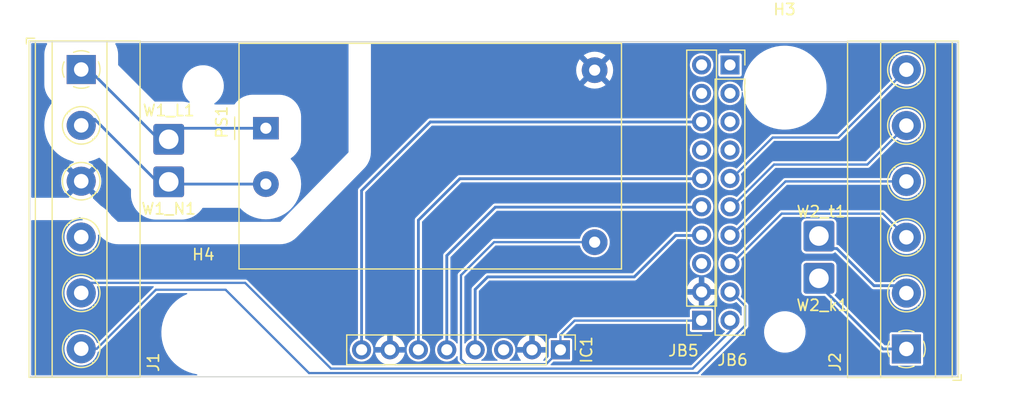
<source format=kicad_pcb>
(kicad_pcb (version 20221018) (generator pcbnew)
  (layers (0 "F.Cu" signal) (31 "B.Cu" signal) (34 "B.Paste" user) (35 "F.Paste" user) (36 "B.SilkS" user "B.Silkscreen") (37 "F.SilkS" user "F.Silkscreen") (38 "B.Mask" user) (39 "F.Mask" user) (44 "Edge.Cuts" user))
  (net 0 "")
  (net 2 "/SLK")
  (net 3 "/SDO")
  (net 4 "/SDI")
  (net 5 "/RST")
  (net 6 "Net-(J1-Pin_1)")
  (net 7 "Net-(J1-Pin_2)")
  (net 8 "GNDREF")
  (net 10 "/SW+")
  (net 11 "/SW-")
  (net 12 "Net-(J2-Pin_1)")
  (net 13 "Net-(J2-Pin_2)")
  (net 14 "/tv+")
  (net 15 "/tv-")
  (net 16 "/tr+")
  (net 17 "/tr-")
  (net 18 "/V+")
  (net 19 "/V-")
  (footprint "Connector_Wire:SolderWire-1sqmm_1x01_D1.4mm_OD2.7mm" (layer "F.Cu") (at 172.1612 75.819)
    (fp_text reference "W2_t1" (at 0.2032 -2.1844) (layer "F.SilkS"))
    (fp_text value "Wire" hide)
    (pad "1" thru_hole roundrect (at 0 0) (size 2.75 2.75) (drill 1.75) (layers "*.Cu" "*.Mask") (roundrect_rratio 0.09090909091) (net 13 "Net-(J2-Pin_2)"))
  )
  (footprint "TerminalBlock_Phoenix:TerminalBlock_Phoenix_MKDS-1,5-6_1x06_P5.00mm_Horizontal" (layer "F.Cu") (at 106.1974 60.9092 -90)
    (fp_text reference "J1" (at 26.2128 -6.4516 -90) (layer "F.SilkS"))
    (fp_text value "Screw_Terminal_01x06" hide)
    (fp_line (start -2.8 4.16) (end -2.8 4.9) (stroke (width 0.12)) (layer "F.SilkS"))
    (fp_line (start -2.8 4.9) (end -2.3 4.9) (stroke (width 0.12)) (layer "F.SilkS"))
    (fp_line (start -2.56 -5.261) (end -2.56 4.66) (stroke (width 0.12)) (layer "F.SilkS"))
    (fp_line (start -2.56 -5.261) (end 27.56 -5.261) (stroke (width 0.12)) (layer "F.SilkS"))
    (fp_line (start -2.56 -2.301) (end 27.56 -2.301) (stroke (width 0.12)) (layer "F.SilkS"))
    (fp_line (start -2.56 2.6) (end 27.56 2.6) (stroke (width 0.12)) (layer "F.SilkS"))
    (fp_line (start -2.56 4.1) (end 27.56 4.1) (stroke (width 0.12)) (layer "F.SilkS"))
    (fp_line (start -2.56 4.66) (end 27.56 4.66) (stroke (width 0.12)) (layer "F.SilkS"))
    (fp_line (start 3.773 1.023) (end 3.726 1.069) (stroke (width 0.12)) (layer "F.SilkS"))
    (fp_line (start 3.966 1.239) (end 3.931 1.274) (stroke (width 0.12)) (layer "F.SilkS"))
    (fp_line (start 6.07 -1.275) (end 6.035 -1.239) (stroke (width 0.12)) (layer "F.SilkS"))
    (fp_line (start 6.275 -1.069) (end 6.228 -1.023) (stroke (width 0.12)) (layer "F.SilkS"))
    (fp_line (start 8.773 1.023) (end 8.726 1.069) (stroke (width 0.12)) (layer "F.SilkS"))
    (fp_line (start 8.966 1.239) (end 8.931 1.274) (stroke (width 0.12)) (layer "F.SilkS"))
    (fp_line (start 11.07 -1.275) (end 11.035 -1.239) (stroke (width 0.12)) (layer "F.SilkS"))
    (fp_line (start 11.275 -1.069) (end 11.228 -1.023) (stroke (width 0.12)) (layer "F.SilkS"))
    (fp_line (start 13.773 1.023) (end 13.726 1.069) (stroke (width 0.12)) (layer "F.SilkS"))
    (fp_line (start 13.966 1.239) (end 13.931 1.274) (stroke (width 0.12)) (layer "F.SilkS"))
    (fp_line (start 16.07 -1.275) (end 16.035 -1.239) (stroke (width 0.12)) (layer "F.SilkS"))
    (fp_line (start 16.275 -1.069) (end 16.228 -1.023) (stroke (width 0.12)) (layer "F.SilkS"))
    (fp_line (start 18.773 1.023) (end 18.726 1.069) (stroke (width 0.12)) (layer "F.SilkS"))
    (fp_line (start 18.966 1.239) (end 18.931 1.274) (stroke (width 0.12)) (layer "F.SilkS"))
    (fp_line (start 21.07 -1.275) (end 21.035 -1.239) (stroke (width 0.12)) (layer "F.SilkS"))
    (fp_line (start 21.275 -1.069) (end 21.228 -1.023) (stroke (width 0.12)) (layer "F.SilkS"))
    (fp_line (start 23.773 1.023) (end 23.726 1.069) (stroke (width 0.12)) (layer "F.SilkS"))
    (fp_line (start 23.966 1.239) (end 23.931 1.274) (stroke (width 0.12)) (layer "F.SilkS"))
    (fp_line (start 26.07 -1.275) (end 26.035 -1.239) (stroke (width 0.12)) (layer "F.SilkS"))
    (fp_line (start 26.275 -1.069) (end 26.228 -1.023) (stroke (width 0.12)) (layer "F.SilkS"))
    (fp_line (start 27.56 -5.261) (end 27.56 4.66) (stroke (width 0.12)) (layer "F.SilkS"))
    (fp_arc (start -1.535427 0.683042) (mid -1.680501 -0.000524) (end -1.535 -0.684) (stroke (width 0.12)) (layer "F.SilkS"))
    (fp_arc (start -0.683042 -1.535427) (mid 0.000524 -1.680501) (end 0.684 -1.535) (stroke (width 0.12)) (layer "F.SilkS"))
    (fp_arc (start 0.028805 1.680253) (mid -0.335551 1.646659) (end -0.684 1.535) (stroke (width 0.12)) (layer "F.SilkS"))
    (fp_arc (start 0.683318 1.534756) (mid 0.349292 1.643288) (end 0 1.68) (stroke (width 0.12)) (layer "F.SilkS"))
    (fp_arc (start 1.535427 -0.683042) (mid 1.680501 0.000524) (end 1.535 0.684) (stroke (width 0.12)) (layer "F.SilkS"))
    (fp_circle (center 5 0) (end 6.68 0) (stroke (width 0.12)) (fill none) (layer "F.SilkS"))
    (fp_circle (center 10 0) (end 11.68 0) (stroke (width 0.12)) (fill none) (layer "F.SilkS"))
    (fp_circle (center 15 0) (end 16.68 0) (stroke (width 0.12)) (fill none) (layer "F.SilkS"))
    (fp_circle (center 20 0) (end 21.68 0) (stroke (width 0.12)) (fill none) (layer "F.SilkS"))
    (fp_circle (center 25 0) (end 26.68 0) (stroke (width 0.12)) (fill none) (layer "F.SilkS"))
    (pad "1" thru_hole rect (at 0 0 270) (size 2.6 2.6) (drill 1.3) (layers "*.Cu" "*.Mask") (net 6 "Net-(J1-Pin_1)"))
    (pad "2" thru_hole circle (at 5 0 270) (size 2.6 2.6) (drill 1.3) (layers "*.Cu" "*.Mask") (net 7 "Net-(J1-Pin_2)"))
    (pad "3" thru_hole circle (at 10 0 270) (size 2.6 2.6) (drill 1.3) (layers "*.Cu" "*.Mask") (net 8 "GNDREF"))
    (pad "4" thru_hole circle (at 15 0 270) (size 2.6 2.6) (drill 1.3) (layers "*.Cu" "*.Mask"))
    (pad "5" thru_hole circle (at 20 0 270) (size 2.6 2.6) (drill 1.3) (layers "*.Cu" "*.Mask") (net 10 "/SW+"))
    (pad "6" thru_hole circle (at 25 0 270) (size 2.6 2.6) (drill 1.3) (layers "*.Cu" "*.Mask") (net 11 "/SW-"))
  )
  (footprint "globUserLib:MountingHole_7mm" (layer "F.Cu") (at 169.0878 62.5348)
    (fp_text reference "H3" (at 0 -7) (layer "F.SilkS"))
    (fp_text value "CaseMountingHole")
    (pad "" np_thru_hole circle (at 0 0) (size 7 7) (drill 7) (layers "F&B.Cu" "*.Mask"))
  )
  (footprint "MountingHole:MountingHole_3.2mm_M3_DIN965" (layer "F.Cu") (at 169.1132 84.4042)
    (fp_text reference "H2" hide)
    (fp_text value "MountingHole" hide)
    (pad "" np_thru_hole circle (at 0 0) (size 3.2 3.2) (drill 3.2) (layers "*.Cu" "*.Mask"))
  )
  (footprint "TerminalBlock_Phoenix:TerminalBlock_Phoenix_MKDS-1,5-6_1x06_P5.00mm_Horizontal" (layer "F.Cu") (at 179.9844 85.9282 90)
    (fp_text reference "J2" (at -1.1684 -6.3754 90) (layer "F.SilkS"))
    (fp_text value "Screw_Terminal_01x06" hide)
    (fp_line (start -2.8 4.16) (end -2.8 4.9) (stroke (width 0.12)) (layer "F.SilkS"))
    (fp_line (start -2.8 4.9) (end -2.3 4.9) (stroke (width 0.12)) (layer "F.SilkS"))
    (fp_line (start -2.56 -5.261) (end -2.56 4.66) (stroke (width 0.12)) (layer "F.SilkS"))
    (fp_line (start -2.56 -5.261) (end 27.56 -5.261) (stroke (width 0.12)) (layer "F.SilkS"))
    (fp_line (start -2.56 -2.301) (end 27.56 -2.301) (stroke (width 0.12)) (layer "F.SilkS"))
    (fp_line (start -2.56 2.6) (end 27.56 2.6) (stroke (width 0.12)) (layer "F.SilkS"))
    (fp_line (start -2.56 4.1) (end 27.56 4.1) (stroke (width 0.12)) (layer "F.SilkS"))
    (fp_line (start -2.56 4.66) (end 27.56 4.66) (stroke (width 0.12)) (layer "F.SilkS"))
    (fp_line (start 3.773 1.023) (end 3.726 1.069) (stroke (width 0.12)) (layer "F.SilkS"))
    (fp_line (start 3.966 1.239) (end 3.931 1.274) (stroke (width 0.12)) (layer "F.SilkS"))
    (fp_line (start 6.07 -1.275) (end 6.035 -1.239) (stroke (width 0.12)) (layer "F.SilkS"))
    (fp_line (start 6.275 -1.069) (end 6.228 -1.023) (stroke (width 0.12)) (layer "F.SilkS"))
    (fp_line (start 8.773 1.023) (end 8.726 1.069) (stroke (width 0.12)) (layer "F.SilkS"))
    (fp_line (start 8.966 1.239) (end 8.931 1.274) (stroke (width 0.12)) (layer "F.SilkS"))
    (fp_line (start 11.07 -1.275) (end 11.035 -1.239) (stroke (width 0.12)) (layer "F.SilkS"))
    (fp_line (start 11.275 -1.069) (end 11.228 -1.023) (stroke (width 0.12)) (layer "F.SilkS"))
    (fp_line (start 13.773 1.023) (end 13.726 1.069) (stroke (width 0.12)) (layer "F.SilkS"))
    (fp_line (start 13.966 1.239) (end 13.931 1.274) (stroke (width 0.12)) (layer "F.SilkS"))
    (fp_line (start 16.07 -1.275) (end 16.035 -1.239) (stroke (width 0.12)) (layer "F.SilkS"))
    (fp_line (start 16.275 -1.069) (end 16.228 -1.023) (stroke (width 0.12)) (layer "F.SilkS"))
    (fp_line (start 18.773 1.023) (end 18.726 1.069) (stroke (width 0.12)) (layer "F.SilkS"))
    (fp_line (start 18.966 1.239) (end 18.931 1.274) (stroke (width 0.12)) (layer "F.SilkS"))
    (fp_line (start 21.07 -1.275) (end 21.035 -1.239) (stroke (width 0.12)) (layer "F.SilkS"))
    (fp_line (start 21.275 -1.069) (end 21.228 -1.023) (stroke (width 0.12)) (layer "F.SilkS"))
    (fp_line (start 23.773 1.023) (end 23.726 1.069) (stroke (width 0.12)) (layer "F.SilkS"))
    (fp_line (start 23.966 1.239) (end 23.931 1.274) (stroke (width 0.12)) (layer "F.SilkS"))
    (fp_line (start 26.07 -1.275) (end 26.035 -1.239) (stroke (width 0.12)) (layer "F.SilkS"))
    (fp_line (start 26.275 -1.069) (end 26.228 -1.023) (stroke (width 0.12)) (layer "F.SilkS"))
    (fp_line (start 27.56 -5.261) (end 27.56 4.66) (stroke (width 0.12)) (layer "F.SilkS"))
    (fp_arc (start -1.535427 0.683042) (mid -1.680501 -0.000524) (end -1.535 -0.684) (stroke (width 0.12)) (layer "F.SilkS"))
    (fp_arc (start -0.683042 -1.535427) (mid 0.000524 -1.680501) (end 0.684 -1.535) (stroke (width 0.12)) (layer "F.SilkS"))
    (fp_arc (start 0.028805 1.680253) (mid -0.335551 1.646659) (end -0.684 1.535) (stroke (width 0.12)) (layer "F.SilkS"))
    (fp_arc (start 0.683318 1.534756) (mid 0.349292 1.643288) (end 0 1.68) (stroke (width 0.12)) (layer "F.SilkS"))
    (fp_arc (start 1.535427 -0.683042) (mid 1.680501 0.000524) (end 1.535 0.684) (stroke (width 0.12)) (layer "F.SilkS"))
    (fp_circle (center 5 0) (end 6.68 0) (stroke (width 0.12)) (fill none) (layer "F.SilkS"))
    (fp_circle (center 10 0) (end 11.68 0) (stroke (width 0.12)) (fill none) (layer "F.SilkS"))
    (fp_circle (center 15 0) (end 16.68 0) (stroke (width 0.12)) (fill none) (layer "F.SilkS"))
    (fp_circle (center 20 0) (end 21.68 0) (stroke (width 0.12)) (fill none) (layer "F.SilkS"))
    (fp_circle (center 25 0) (end 26.68 0) (stroke (width 0.12)) (fill none) (layer "F.SilkS"))
    (pad "1" thru_hole rect (at 0 0 90) (size 2.6 2.6) (drill 1.3) (layers "*.Cu" "*.Mask") (net 12 "Net-(J2-Pin_1)"))
    (pad "2" thru_hole circle (at 5 0 90) (size 2.6 2.6) (drill 1.3) (layers "*.Cu" "*.Mask") (net 13 "Net-(J2-Pin_2)"))
    (pad "3" thru_hole circle (at 10 0 90) (size 2.6 2.6) (drill 1.3) (layers "*.Cu" "*.Mask") (net 14 "/tv+"))
    (pad "4" thru_hole circle (at 15 0 90) (size 2.6 2.6) (drill 1.3) (layers "*.Cu" "*.Mask") (net 15 "/tv-"))
    (pad "5" thru_hole circle (at 20 0 90) (size 2.6 2.6) (drill 1.3) (layers "*.Cu" "*.Mask") (net 16 "/tr+"))
    (pad "6" thru_hole circle (at 25 0 90) (size 2.6 2.6) (drill 1.3) (layers "*.Cu" "*.Mask") (net 17 "/tr-"))
  )
  (footprint "MountingHole:MountingHole_3.2mm_M3_DIN965" (layer "F.Cu") (at 117.094 62.3824)
    (fp_text reference "H1" hide)
    (fp_text value "MountingHole" hide)
    (pad "" np_thru_hole circle (at 0 0) (size 3.2 3.2) (drill 3.2) (layers "*.Cu" "*.Mask"))
  )
  (footprint "Connector_Wire:SolderWire-1sqmm_1x01_D1.4mm_OD2.7mm" (layer "F.Cu") (at 114.0206 70.9676)
    (fp_text reference "W1_N1" (at 0 2.413) (layer "F.SilkS"))
    (fp_text value "Wire" hide)
    (pad "1" thru_hole roundrect (at 0 0) (size 2.75 2.75) (drill 1.75) (layers "*.Cu" "*.Mask") (roundrect_rratio 0.09090909091) (net 7 "Net-(J1-Pin_2)"))
  )
  (footprint "Connector_Wire:SolderWire-1sqmm_1x01_D1.4mm_OD2.7mm" (layer "F.Cu") (at 172.1612 79.6036)
    (fp_text reference "W2_k1" (at 0.3048 2.413) (layer "F.SilkS"))
    (fp_text value "Wire" hide)
    (pad "1" thru_hole roundrect (at 0 0) (size 2.75 2.75) (drill 1.75) (layers "*.Cu" "*.Mask") (roundrect_rratio 0.09090909091) (net 12 "Net-(J2-Pin_1)"))
  )
  (footprint "Connector_PinSocket_2.54mm:PinSocket_1x10_P2.54mm_Vertical" (layer "F.Cu") (at 164.211 60.5028)
    (fp_text reference "JB6" (at 0.2286 26.416) (layer "F.SilkS"))
    (fp_text value "Conn_01x10_Socket" hide)
    (fp_line (start -1.33 1.27) (end -1.33 24.19) (stroke (width 0.12)) (layer "F.SilkS"))
    (fp_line (start -1.33 1.27) (end 1.33 1.27) (stroke (width 0.12)) (layer "F.SilkS"))
    (fp_line (start -1.33 24.19) (end 1.33 24.19) (stroke (width 0.12)) (layer "F.SilkS"))
    (fp_line (start 0 -1.33) (end 1.33 -1.33) (stroke (width 0.12)) (layer "F.SilkS"))
    (fp_line (start 1.33 -1.33) (end 1.33 0) (stroke (width 0.12)) (layer "F.SilkS"))
    (fp_line (start 1.33 1.27) (end 1.33 24.19) (stroke (width 0.12)) (layer "F.SilkS"))
    (pad "1" thru_hole rect (at 0 0) (size 1.7 1.7) (drill 1) (layers "*.Cu" "*.Mask"))
    (pad "2" thru_hole oval (at 0 2.54) (size 1.7 1.7) (drill 1) (layers "*.Cu" "*.Mask"))
    (pad "3" thru_hole oval (at 0 5.08) (size 1.7 1.7) (drill 1) (layers "*.Cu" "*.Mask"))
    (pad "4" thru_hole oval (at 0 7.62) (size 1.7 1.7) (drill 1) (layers "*.Cu" "*.Mask"))
    (pad "5" thru_hole oval (at 0 10.16) (size 1.7 1.7) (drill 1) (layers "*.Cu" "*.Mask") (net 17 "/tr-"))
    (pad "6" thru_hole oval (at 0 12.7) (size 1.7 1.7) (drill 1) (layers "*.Cu" "*.Mask") (net 16 "/tr+"))
    (pad "7" thru_hole oval (at 0 15.24) (size 1.7 1.7) (drill 1) (layers "*.Cu" "*.Mask") (net 15 "/tv-"))
    (pad "8" thru_hole oval (at 0 17.78) (size 1.7 1.7) (drill 1) (layers "*.Cu" "*.Mask") (net 14 "/tv+"))
    (pad "9" thru_hole oval (at 0 20.32) (size 1.7 1.7) (drill 1) (layers "*.Cu" "*.Mask") (net 11 "/SW-"))
    (pad "10" thru_hole oval (at 0 22.86) (size 1.7 1.7) (drill 1) (layers "*.Cu" "*.Mask") (net 10 "/SW+"))
  )
  (footprint "Converter_ACDC:Converter_ACDC_HiLink_HLK-PMxx" (layer "F.Cu") (at 122.7074 66.167)
    (fp_text reference "PS1" (at -3.94 -0.55 90) (layer "F.SilkS"))
    (fp_text value "HLK-PM01")
    (fp_line (start -2.79 -1) (end -2.79 1.01) (stroke (width 0.12)) (layer "F.SilkS"))
    (fp_line (start -2.4 -7.6) (end -2.4 12.6) (stroke (width 0.12)) (layer "F.SilkS"))
    (fp_line (start -2.4 12.6) (end 31.8 12.6) (stroke (width 0.12)) (layer "F.SilkS"))
    (fp_line (start 31.8 -7.6) (end -2.4 -7.6) (stroke (width 0.12)) (layer "F.SilkS"))
    (fp_line (start 31.8 12.6) (end 31.8 -7.6) (stroke (width 0.12)) (layer "F.SilkS"))
    (pad "1" thru_hole rect (at 0 0) (size 2.3 2) (drill 1) (layers "*.Cu" "*.Mask") (net 6 "Net-(J1-Pin_1)"))
    (pad "2" thru_hole circle (at 0 5) (size 2.3 2.3) (drill 1) (layers "*.Cu" "*.Mask") (net 7 "Net-(J1-Pin_2)"))
    (pad "3" thru_hole circle (at 29.4 -5.2) (size 2.3 2.3) (drill 1) (layers "*.Cu" "*.Mask") (net 19 "/V-"))
    (pad "4" thru_hole circle (at 29.4 10.2) (size 2.3 2.3) (drill 1) (layers "*.Cu" "*.Mask") (net 18 "/V+"))
  )
  (footprint "globUserLib:MountingHole_7mm" (layer "F.Cu") (at 117.1194 84.4804)
    (fp_text reference "H4" (at 0 -7) (layer "F.SilkS"))
    (fp_text value "CaseMountingHole")
    (pad "" np_thru_hole circle (at 0 0) (size 7 7) (drill 7) (layers "F&B.Cu" "*.Mask"))
  )
  (footprint "Connector_PinSocket_2.54mm:PinSocket_1x10_P2.54mm_Vertical" (layer "F.Cu") (at 161.671 83.3628 180)
    (fp_text reference "JB5" (at 1.6256 -2.7178) (layer "F.SilkS"))
    (fp_text value "Conn_01x10_Socket" hide)
    (fp_line (start -1.33 1.27) (end -1.33 24.19) (stroke (width 0.12)) (layer "F.SilkS"))
    (fp_line (start -1.33 1.27) (end 1.33 1.27) (stroke (width 0.12)) (layer "F.SilkS"))
    (fp_line (start -1.33 24.19) (end 1.33 24.19) (stroke (width 0.12)) (layer "F.SilkS"))
    (fp_line (start 0 -1.33) (end 1.33 -1.33) (stroke (width 0.12)) (layer "F.SilkS"))
    (fp_line (start 1.33 -1.33) (end 1.33 0) (stroke (width 0.12)) (layer "F.SilkS"))
    (fp_line (start 1.33 1.27) (end 1.33 24.19) (stroke (width 0.12)) (layer "F.SilkS"))
    (pad "1" thru_hole rect (at 0 0 180) (size 1.7 1.7) (drill 1) (layers "*.Cu" "*.Mask") (net 18 "/V+"))
    (pad "2" thru_hole oval (at 0 2.54 180) (size 1.7 1.7) (drill 1) (layers "*.Cu" "*.Mask") (net 19 "/V-"))
    (pad "3" thru_hole oval (at 0 5.08 180) (size 1.7 1.7) (drill 1) (layers "*.Cu" "*.Mask"))
    (pad "4" thru_hole oval (at 0 7.62 180) (size 1.7 1.7) (drill 1) (layers "*.Cu" "*.Mask") (net 2 "/SLK"))
    (pad "5" thru_hole oval (at 0 10.16 180) (size 1.7 1.7) (drill 1) (layers "*.Cu" "*.Mask") (net 3 "/SDO"))
    (pad "6" thru_hole oval (at 0 12.7 180) (size 1.7 1.7) (drill 1) (layers "*.Cu" "*.Mask") (net 4 "/SDI"))
    (pad "7" thru_hole oval (at 0 15.24 180) (size 1.7 1.7) (drill 1) (layers "*.Cu" "*.Mask"))
    (pad "8" thru_hole oval (at 0 17.78 180) (size 1.7 1.7) (drill 1) (layers "*.Cu" "*.Mask") (net 5 "/RST"))
    (pad "9" thru_hole oval (at 0 20.32 180) (size 1.7 1.7) (drill 1) (layers "*.Cu" "*.Mask"))
    (pad "10" thru_hole oval (at 0 22.86 180) (size 1.7 1.7) (drill 1) (layers "*.Cu" "*.Mask"))
  )
  (footprint "Connector_PinHeader_2.54mm:PinHeader_1x08_P2.54mm_Vertical" (layer "F.Cu") (at 149.0472 86.0044 -90)
    (fp_text reference "IC1" (at 0 -2.33 90) (layer "F.SilkS"))
    (fp_text value "Conn_01x08" hide)
    (fp_line (start -1.33 -1.33) (end 0 -1.33) (stroke (width 0.12)) (layer "F.SilkS"))
    (fp_line (start -1.33 0) (end -1.33 -1.33) (stroke (width 0.12)) (layer "F.SilkS"))
    (fp_line (start -1.33 1.27) (end -1.33 19.11) (stroke (width 0.12)) (layer "F.SilkS"))
    (fp_line (start -1.33 1.27) (end 1.33 1.27) (stroke (width 0.12)) (layer "F.SilkS"))
    (fp_line (start -1.33 19.11) (end 1.33 19.11) (stroke (width 0.12)) (layer "F.SilkS"))
    (fp_line (start 1.33 1.27) (end 1.33 19.11) (stroke (width 0.12)) (layer "F.SilkS"))
    (pad "1" thru_hole rect (at 0 0 270) (size 1.7 1.7) (drill 1) (layers "*.Cu" "*.Mask") (net 18 "/V+"))
    (pad "2" thru_hole oval (at 0 2.54 270) (size 1.7 1.7) (drill 1) (layers "*.Cu" "*.Mask") (net 19 "/V-"))
    (pad "3" thru_hole oval (at 0 5.08 270) (size 1.7 1.7) (drill 1) (layers "*.Cu" "*.Mask"))
    (pad "4" thru_hole oval (at 0 7.62 270) (size 1.7 1.7) (drill 1) (layers "*.Cu" "*.Mask") (net 2 "/SLK"))
    (pad "5" thru_hole oval (at 0 10.16 270) (size 1.7 1.7) (drill 1) (layers "*.Cu" "*.Mask") (net 3 "/SDO"))
    (pad "6" thru_hole oval (at 0 12.7 270) (size 1.7 1.7) (drill 1) (layers "*.Cu" "*.Mask") (net 4 "/SDI"))
    (pad "7" thru_hole oval (at 0 15.24 270) (size 1.7 1.7) (drill 1) (layers "*.Cu" "*.Mask") (net 19 "/V-"))
    (pad "8" thru_hole oval (at 0 17.78 270) (size 1.7 1.7) (drill 1) (layers "*.Cu" "*.Mask") (net 5 "/RST"))
  )
  (footprint "Connector_Wire:SolderWire-1sqmm_1x01_D1.4mm_OD2.7mm" (layer "F.Cu") (at 114.0206 67.1576)
    (fp_text reference "W1_L1" (at 0 -2.58) (layer "F.SilkS"))
    (fp_text value "Wire" hide)
    (pad "1" thru_hole roundrect (at 0 0) (size 2.75 2.75) (drill 1.75) (layers "*.Cu" "*.Mask") (roundrect_rratio 0.09090909091) (net 6 "Net-(J1-Pin_1)"))
  )
  (gr_rect (start 101.6 58.42) (end 184.6 88.42) (stroke (width 0.1)) (fill none) (layer "Edge.Cuts"))
  (segment (start 155.6512 79.4766) (end 142.5448 79.4766) (width 0.25) (layer "B.Cu") (net 2))
  (segment (start 141.4272 80.5942) (end 141.4272 86.0044) (width 0.25) (layer "B.Cu") (net 2))
  (segment (start 142.5448 79.4766) (end 141.4272 80.5942) (width 0.25) (layer "B.Cu") (net 2))
  (segment (start 161.7218 75.7682) (end 159.3596 75.7682) (width 0.25) (layer "B.Cu") (net 2))
  (segment (start 159.3596 75.7682) (end 155.6512 79.4766) (width 0.25) (layer "B.Cu") (net 2))
  (segment (start 138.8872 77.5716) (end 138.8872 86.0044) (width 0.25) (layer "B.Cu") (net 3))
  (segment (start 161.7218 73.2282) (end 143.2306 73.2282) (width 0.25) (layer "B.Cu") (net 3))
  (segment (start 143.2306 73.2282) (end 138.8872 77.5716) (width 0.25) (layer "B.Cu") (net 3))
  (segment (start 161.7218 70.6882) (end 140.0556 70.6882) (width 0.25) (layer "B.Cu") (net 4))
  (segment (start 136.3472 74.3966) (end 136.3472 86.0044) (width 0.25) (layer "B.Cu") (net 4))
  (segment (start 140.0556 70.6882) (end 136.3472 74.3966) (width 0.25) (layer "B.Cu") (net 4))
  (segment (start 161.7218 65.6082) (end 137.414 65.6082) (width 0.25) (layer "B.Cu") (net 5))
  (segment (start 137.414 65.6082) (end 131.2672 71.755) (width 0.25) (layer "B.Cu") (net 5))
  (segment (start 131.2672 71.755) (end 131.2672 86.0044) (width 0.25) (layer "B.Cu") (net 5))
  (segment (start 113.1316 67.1576) (end 114.0206 67.1576) (width 0.25) (layer "F.Cu") (net 6))
  (segment (start 106.1974 60.9092) (end 106.8832 60.9092) (width 0.25) (layer "F.Cu") (net 6))
  (segment (start 114.0206 67.1576) (end 115.0112 66.167) (width 0.25) (layer "B.Cu") (net 6))
  (segment (start 115.0112 66.167) (end 122.7074 66.167) (width 0.25) (layer "B.Cu") (net 6))
  (segment (start 106.8832 60.9092) (end 113.1316 67.1576) (width 0.25) (layer "B.Cu") (net 6))
  (segment (start 106.1974 65.9092) (end 106.727 65.3796) (width 0.25) (layer "F.Cu") (net 7))
  (segment (start 113.0046 70.9676) (end 114.0206 70.9676) (width 0.25) (layer "F.Cu") (net 7))
  (segment (start 114.0206 70.9676) (end 114.22 71.167) (width 0.25) (layer "F.Cu") (net 7))
  (segment (start 107.4166 65.3796) (end 113.0046 70.9676) (width 0.25) (layer "B.Cu") (net 7))
  (segment (start 114.22 71.167) (end 122.7074 71.167) (width 0.25) (layer "B.Cu") (net 7))
  (segment (start 106.727 65.3796) (end 107.4166 65.3796) (width 0.25) (layer "B.Cu") (net 7))
  (segment (start 107.0966 80.01) (end 106.1974 80.9092) (width 0.2) (layer "F.Cu") (net 10))
  (segment (start 164.338 83.3882) (end 164.338 84.2264) (width 0.2) (layer "B.Cu") (net 10))
  (segment (start 120.8532 80.01) (end 107.0966 80.01) (width 0.2) (layer "B.Cu") (net 10))
  (segment (start 160.8772 87.6872) (end 128.5304 87.6872) (width 0.2) (layer "B.Cu") (net 10))
  (segment (start 128.5304 87.6872) (end 120.8532 80.01) (width 0.2) (layer "B.Cu") (net 10))
  (segment (start 164.338 84.2264) (end 160.8772 87.6872) (width 0.2) (layer "B.Cu") (net 10))
  (segment (start 165.5572 83.8454) (end 161.3154 88.0872) (width 0.2) (layer "B.Cu") (net 11))
  (segment (start 165.5572 82.0674) (end 165.5572 83.8454) (width 0.2) (layer "B.Cu") (net 11))
  (segment (start 107.588 85.9092) (end 106.1974 85.9092) (width 0.2) (layer "B.Cu") (net 11))
  (segment (start 119.1074 80.6264) (end 112.8708 80.6264) (width 0.2) (layer "B.Cu") (net 11))
  (segment (start 164.338 80.8482) (end 165.5572 82.0674) (width 0.2) (layer "B.Cu") (net 11))
  (segment (start 161.3154 88.0872) (end 126.5682 88.0872) (width 0.2) (layer "B.Cu") (net 11))
  (segment (start 112.8708 80.6264) (end 107.588 85.9092) (width 0.2) (layer "B.Cu") (net 11))
  (segment (start 126.5682 88.0872) (end 119.1074 80.6264) (width 0.2) (layer "B.Cu") (net 11))
  (segment (start 177.9016 85.9282) (end 179.9844 85.9282) (width 0.25) (layer "B.Cu") (net 12))
  (segment (start 172.6946 80.7212) (end 177.9016 85.9282) (width 0.25) (layer "B.Cu") (net 12))
  (segment (start 179.3202 80.264) (end 179.9844 80.9282) (width 0.25) (layer "F.Cu") (net 13))
  (segment (start 173.7614 76.9366) (end 177.0888 80.264) (width 0.25) (layer "B.Cu") (net 13))
  (segment (start 177.0888 80.264) (end 179.3202 80.264) (width 0.25) (layer "B.Cu") (net 13))
  (segment (start 172.6946 76.9366) (end 173.7614 76.9366) (width 0.25) (layer "B.Cu") (net 13))
  (segment (start 177.8686 73.8124) (end 168.8338 73.8124) (width 0.2) (layer "B.Cu") (net 14))
  (segment (start 168.8338 73.8124) (end 164.338 78.3082) (width 0.2) (layer "B.Cu") (net 14))
  (segment (start 179.9844 75.9282) (end 177.8686 73.8124) (width 0.2) (layer "B.Cu") (net 14))
  (segment (start 169.178 70.9282) (end 179.9844 70.9282) (width 0.2) (layer "B.Cu") (net 15))
  (segment (start 164.338 75.7682) (end 169.178 70.9282) (width 0.2) (layer "B.Cu") (net 15))
  (segment (start 168.148 69.4182) (end 176.4944 69.4182) (width 0.2) (layer "B.Cu") (net 16))
  (segment (start 176.4944 69.4182) (end 179.9844 65.9282) (width 0.2) (layer "B.Cu") (net 16))
  (segment (start 164.338 73.2282) (end 168.148 69.4182) (width 0.2) (layer "B.Cu") (net 16))
  (segment (start 168.0274 66.9988) (end 173.9138 66.9988) (width 0.2) (layer "B.Cu") (net 17))
  (segment (start 173.9138 66.9988) (end 179.9844 60.9282) (width 0.2) (layer "B.Cu") (net 17))
  (segment (start 164.338 70.6882) (end 168.0274 66.9988) (width 0.2) (layer "B.Cu") (net 17))
  (segment (start 140.1572 86.8426) (end 140.1572 79.3242) (width 0.2) (layer "B.Cu") (net 18))
  (segment (start 149.0472 86.0044) (end 149.0472 84.6582) (width 0.2) (layer "B.Cu") (net 18))
  (segment (start 149.0472 86.0044) (end 147.7644 87.2872) (width 0.2) (layer "B.Cu") (net 18))
  (segment (start 140.1572 79.3242) (end 143.1144 76.367) (width 0.2) (layer "B.Cu") (net 18))
  (segment (start 150.3172 83.3882) (end 161.7218 83.3882) (width 0.2) (layer "B.Cu") (net 18))
  (segment (start 143.1144 76.367) (end 152.1074 76.367) (width 0.2) (layer "B.Cu") (net 18))
  (segment (start 147.7644 87.2872) (end 140.6018 87.2872) (width 0.2) (layer "B.Cu") (net 18))
  (segment (start 140.6018 87.2872) (end 140.1572 86.8426) (width 0.2) (layer "B.Cu") (net 18))
  (segment (start 149.0472 84.6582) (end 150.3172 83.3882) (width 0.2) (layer "B.Cu") (net 18))
  (segment (start 133.8072 86.0044) (end 134.0866 86.0044) (width 0.2) (layer "F.Cu") (net 19))
  (segment (start 146.0754 86.0044) (end 146.5072 86.0044) (width 0.2) (layer "F.Cu") (net 19))
  (zone (net 19) (net_name "/V-") (layer "B.Cu") (connect_pads (clearance 0.2)) (min_thickness 0.1) (fill yes (thermal_gap 0.5) (thermal_bridge_width 0.5))
    (polygon (pts (xy 130.0988 68.326) (xy 124.0028 74.549) (xy 109.474 74.549) (xy 107.188 72.39) (xy 101.6762 72.39) (xy 101.6762 88.3412) (xy 184.531 88.3412) (xy 184.531 58.4962) (xy 130.0988 58.547)))
  )
  (zone (net 8) (net_name "GNDREF") (layer "B.Cu") (priority 1) (connect_pads (clearance 2)) (min_thickness 0.125) (fill yes (thermal_gap 0.5) (thermal_bridge_width 0.5))
    (polygon (pts (xy 101.6762 72.39) (xy 107.188 72.39) (xy 109.474 74.549) (xy 124.0028 74.549) (xy 130.0988 68.326) (xy 130.0988 58.547) (xy 101.6762 58.5216)))
  )
)
</source>
